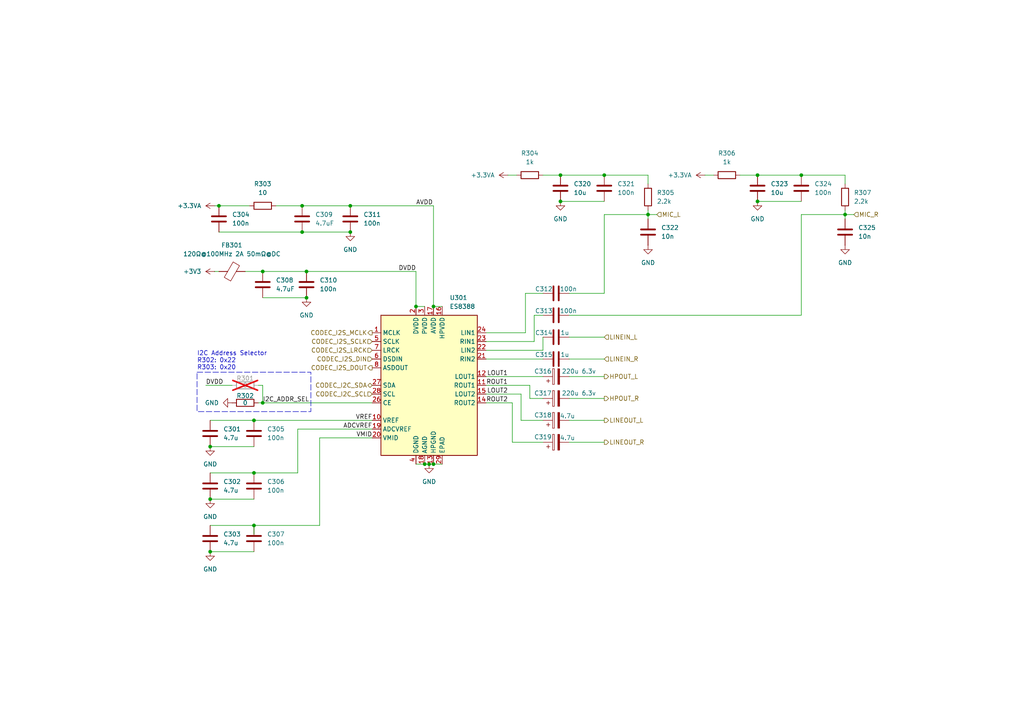
<source format=kicad_sch>
(kicad_sch (version 20250114) (generator "eeschema") (generator_version "9.0")
  (paper "A4")
  (title_block (title "Audio CODEC") (date "2026-02-04") (rev "1.0.0"))
  (lib_symbols
    (symbol "Audio:ES8388"
      (property "Reference" "U" (at -14.224 21.844 0))
      (property "Value" "ES8388" (at 9.144 21.844 0))
      (symbol "ES8388_1_1"
        (rectangle (start -15.24 20.32) (end 12.7 -20.32) (stroke (width 0.254)) (fill (type background)))
        (pin input line (at -17.78 15.24 0) (length 2.54) (name "MCLK") (number "1"))
        (pin bidirectional line (at -17.78 12.7 0) (length 2.54) (name "SCLK") (number "5"))
        (pin bidirectional line (at -17.78 10.16 0) (length 2.54) (name "LRCK") (number "7"))
        (pin input line (at -17.78 7.62 0) (length 2.54) (name "DSDIN") (number "6"))
        (pin output line (at -17.78 5.08 0) (length 2.54) (name "ASDOUT") (number "8"))
        (pin bidirectional line (at -17.78 0 0) (length 2.54) (name "CDATA") (number "27") (alternate "SDA" bidirectional line))
        (pin input line (at -17.78 -2.54 0) (length 2.54) (name "CCLK") (number "28") (alternate "SCL" input line))
        (pin input line (at -17.78 -5.08 0) (length 2.54) (name "CE") (number "26"))
        (pin input line (at -17.78 -10.16 0) (length 2.54) (name "VREF") (number "10"))
        (pin input line (at -17.78 -12.7 0) (length 2.54) (name "ADCVREF") (number "19"))
        (pin input line (at -17.78 -15.24 0) (length 2.54) (name "VMID") (number "20"))
        (pin power_in line (at -5.08 22.86 270) (length 2.54) (name "DVDD") (number "2"))
        (pin power_in line (at -5.08 -22.86 90) (length 2.54) (name "DGND") (number "4"))
        (pin power_in line (at -2.54 22.86 270) (length 2.54) (name "PVDD") (number "3"))
        (pin power_in line (at -2.54 -22.86 90) (length 2.54) (name "AGND") (number "18"))
        (pin power_in line (at 0 22.86 270) (length 2.54) (name "AVDD") (number "17"))
        (pin power_in line (at 0 -22.86 90) (length 2.54) (name "HPGND") (number "13"))
        (pin power_in line (at 2.54 22.86 270) (length 2.54) (name "HPVDD") (number "16"))
        (pin passive line (at 2.54 -22.86 90) (length 2.54) (name "EPAD") (number "29"))
        (pin no_connect line (at 12.7 -10.16 180) (length 2.54) (hide yes) (name "NC") (number "9"))
        (pin no_connect line (at 12.7 -12.7 180) (length 2.54) (hide yes) (name "NC") (number "25"))
        (pin input line (at 15.24 15.24 180) (length 2.54) (name "LIN1") (number "24"))
        (pin input line (at 15.24 12.7 180) (length 2.54) (name "RIN1") (number "23"))
        (pin input line (at 15.24 10.16 180) (length 2.54) (name "LIN2") (number "22"))
        (pin input line (at 15.24 7.62 180) (length 2.54) (name "RIN2") (number "21"))
        (pin output line (at 15.24 2.54 180) (length 2.54) (name "LOUT1") (number "12"))
        (pin output line (at 15.24 0 180) (length 2.54) (name "ROUT1") (number "11"))
        (pin output line (at 15.24 -2.54 180) (length 2.54) (name "LOUT2") (number "15"))
        (pin output line (at 15.24 -5.08 180) (length 2.54) (name "ROUT2") (number "14"))
      )
    )
    (symbol "Device:C" (pin_numbers (hide yes)) (pin_names (offset 0.254))
      (property "Reference" "C" (at 0.635 2.54 0))
      (property "Value" "C" (at 0.635 -2.54 0))
      (symbol "C_0_1"
        (polyline (pts (xy -2.032 0.762) (xy 2.032 0.762)) (stroke (width 0.508)))
        (polyline (pts (xy -2.032 -0.762) (xy 2.032 -0.762)) (stroke (width 0.508)))
      )
      (symbol "C_1_1"
        (pin passive line (at 0 3.81 270) (length 2.794) (name "~") (number "1"))
        (pin passive line (at 0 -3.81 90) (length 2.794) (name "~") (number "2"))
      )
    )
    (symbol "Device:C_Polarized" (pin_numbers (hide yes)) (pin_names (offset 0.254))
      (property "Reference" "C" (at 0.635 2.54 0))
      (property "Value" "C_Polarized" (at 0.635 -2.54 0))
      (symbol "C_Polarized_0_1"
        (rectangle (start -2.286 0.508) (end 2.286 1.016))
        (polyline (pts (xy -1.778 2.286) (xy -0.762 2.286)))
        (polyline (pts (xy -1.27 2.794) (xy -1.27 1.778)))
        (rectangle (start 2.286 -0.508) (end -2.286 -1.016) (fill (type outline)))
      )
      (symbol "C_Polarized_1_1"
        (pin passive line (at 0 3.81 270) (length 2.794) (name "~") (number "1"))
        (pin passive line (at 0 -3.81 90) (length 2.794) (name "~") (number "2"))
      )
    )
    (symbol "Device:FerriteBead" (pin_numbers (hide yes)) (pin_names (offset 0))
      (property "Reference" "FB" (at -3.81 0.635 90))
      (property "Value" "FerriteBead" (at 3.81 0 90))
      (symbol "FerriteBead_0_1"
        (polyline (pts (xy -2.7686 0.4064) (xy -1.7018 2.2606) (xy 2.7686 -0.3048) (xy 1.6764 -2.159) (xy -2.7686 0.4064)))
        (polyline (pts (xy 0 1.27) (xy 0 1.2954)))
        (polyline (pts (xy 0 -1.27) (xy 0 -1.2192)))
      )
      (symbol "FerriteBead_1_1"
        (pin passive line (at 0 3.81 270) (length 2.54) (name "~") (number "1"))
        (pin passive line (at 0 -3.81 90) (length 2.54) (name "~") (number "2"))
      )
    )
    (symbol "Device:R" (pin_numbers (hide yes)) (pin_names (offset 0))
      (property "Reference" "R" (at 2.032 0 90))
      (property "Value" "R" (at 0 0 90))
      (symbol "R_0_1"
        (rectangle (start -1.016 -2.54) (end 1.016 2.54) (stroke (width 0.254)))
      )
      (symbol "R_1_1"
        (pin passive line (at 0 3.81 270) (length 1.27) (name "~") (number "1"))
        (pin passive line (at 0 -3.81 90) (length 1.27) (name "~") (number "2"))
      )
    )
    (symbol "power:+3.3VA" (power) (pin_numbers (hide yes)) (pin_names (offset 0) (hide yes))
      (property "Value" "+3.3VA" (at 0 3.556 0))
      (symbol "+3.3VA_0_1"
        (polyline (pts (xy -0.762 1.27) (xy 0 2.54)))
        (polyline (pts (xy 0 2.54) (xy 0.762 1.27)))
        (polyline (pts (xy 0 0) (xy 0 2.54)))
      )
      (symbol "+3.3VA_1_1"
        (pin power_in line (at 0 0 90) (length 0) (name "~") (number "1"))
      )
    )
    (symbol "power:+3V3" (power) (pin_numbers (hide yes)) (pin_names (offset 0) (hide yes))
      (property "Value" "+3V3" (at 0 3.556 0))
      (symbol "+3V3_0_1"
        (polyline (pts (xy -0.762 1.27) (xy 0 2.54)))
        (polyline (pts (xy 0 2.54) (xy 0.762 1.27)))
        (polyline (pts (xy 0 0) (xy 0 2.54)))
      )
      (symbol "+3V3_1_1"
        (pin power_in line (at 0 0 90) (length 0) (name "~") (number "1"))
      )
    )
    (symbol "power:GND" (power) (pin_numbers (hide yes)) (pin_names (offset 0) (hide yes))
      (property "Value" "GND" (at 0 -3.81 0))
      (symbol "GND_0_1"
        (polyline (pts (xy 0 0) (xy 0 -1.27) (xy 1.27 -1.27) (xy 0 -2.54) (xy -1.27 -1.27) (xy 0 -1.27)))
      )
      (symbol "GND_1_1"
        (pin power_in line (at 0 0 270) (length 0) (name "~") (number "1"))
      )
    )
  )
  (rectangle (start 57.15 107.95) (end 90.17 119.38) (stroke (width 0) (type dash)))
  (text "I2C Address Selector\nR302: 0x22\nR303: 0x20" (at 57.15 104.648 0) (effects (font (size 1.27 1.27)) (justify left)))
  (junction (at 88.9 78.74))
  (junction (at 162.56 50.8))
  (junction (at 101.6 59.69))
  (junction (at 63.5 59.69))
  (junction (at 124.46 134.62))
  (junction (at 123.19 134.62))
  (junction (at 245.11 62.23))
  (junction (at 88.9 86.36))
  (junction (at 73.66 137.16))
  (junction (at 60.96 129.54))
  (junction (at 120.65 88.9))
  (junction (at 73.66 152.4))
  (junction (at 125.73 88.9))
  (junction (at 175.26 50.8))
  (junction (at 87.63 59.69))
  (junction (at 232.41 50.8))
  (junction (at 60.96 160.02))
  (junction (at 219.71 58.42))
  (junction (at 162.56 58.42))
  (junction (at 87.63 67.31))
  (junction (at 76.2 116.84))
  (junction (at 101.6 67.31))
  (junction (at 60.96 144.78))
  (junction (at 125.73 134.62))
  (junction (at 76.2 78.74))
  (junction (at 187.96 62.23))
  (junction (at 73.66 121.92))
  (junction (at 219.71 50.8))
  (wire (pts (xy 165.1 91.44) (xy 232.41 91.44)))
  (wire (pts (xy 80.01 59.69) (xy 87.63 59.69)))
  (wire (pts (xy 157.48 91.44) (xy 154.94 91.44)))
  (wire (pts (xy 76.2 116.84) (xy 74.93 116.84)))
  (wire (pts (xy 165.1 97.79) (xy 175.26 97.79)))
  (wire (pts (xy 120.65 78.74) (xy 120.65 88.9)))
  (wire (pts (xy 88.9 78.74) (xy 120.65 78.74)))
  (wire (pts (xy 232.41 50.8) (xy 245.11 50.8)))
  (wire (pts (xy 187.96 62.23) (xy 187.96 63.5)))
  (wire (pts (xy 157.48 97.79) (xy 157.48 101.6)))
  (wire (pts (xy 76.2 111.76) (xy 74.93 111.76)))
  (wire (pts (xy 219.71 50.8) (xy 232.41 50.8)))
  (wire (pts (xy 73.66 121.92) (xy 107.95 121.92)))
  (wire (pts (xy 60.96 137.16) (xy 73.66 137.16)))
  (wire (pts (xy 247.65 62.23) (xy 245.11 62.23)))
  (wire (pts (xy 204.47 50.8) (xy 207.01 50.8)))
  (wire (pts (xy 165.1 128.27) (xy 175.26 128.27)))
  (wire (pts (xy 165.1 115.57) (xy 175.26 115.57)))
  (wire (pts (xy 86.36 137.16) (xy 73.66 137.16)))
  (wire (pts (xy 62.23 59.69) (xy 63.5 59.69)))
  (wire (pts (xy 62.23 78.74) (xy 63.5 78.74)))
  (wire (pts (xy 165.1 121.92) (xy 175.26 121.92)))
  (wire (pts (xy 175.26 50.8) (xy 187.96 50.8)))
  (wire (pts (xy 154.94 91.44) (xy 154.94 99.06)))
  (wire (pts (xy 154.94 99.06) (xy 140.97 99.06)))
  (wire (pts (xy 63.5 67.31) (xy 87.63 67.31)))
  (wire (pts (xy 63.5 59.69) (xy 72.39 59.69)))
  (wire (pts (xy 140.97 109.22) (xy 157.48 109.22)))
  (wire (pts (xy 60.96 152.4) (xy 73.66 152.4)))
  (wire (pts (xy 60.96 121.92) (xy 73.66 121.92)))
  (wire (pts (xy 245.11 60.96) (xy 245.11 62.23)))
  (wire (pts (xy 73.66 152.4) (xy 73.66 154.94)))
  (wire (pts (xy 157.48 121.92) (xy 151.13 121.92)))
  (wire (pts (xy 140.97 114.3) (xy 151.13 114.3)))
  (wire (pts (xy 165.1 109.22) (xy 175.26 109.22)))
  (wire (pts (xy 219.71 58.42) (xy 232.41 58.42)))
  (wire (pts (xy 175.26 85.09) (xy 175.26 62.23)))
  (wire (pts (xy 157.48 128.27) (xy 148.59 128.27)))
  (wire (pts (xy 123.19 134.62) (xy 124.46 134.62)))
  (wire (pts (xy 175.26 62.23) (xy 187.96 62.23)))
  (wire (pts (xy 92.71 152.4) (xy 73.66 152.4)))
  (wire (pts (xy 101.6 59.69) (xy 125.73 59.69)))
  (wire (pts (xy 59.69 111.76) (xy 67.31 111.76)))
  (wire (pts (xy 214.63 50.8) (xy 219.71 50.8)))
  (wire (pts (xy 125.73 88.9) (xy 128.27 88.9)))
  (wire (pts (xy 152.4 96.52) (xy 140.97 96.52)))
  (wire (pts (xy 76.2 78.74) (xy 88.9 78.74)))
  (wire (pts (xy 162.56 50.8) (xy 175.26 50.8)))
  (wire (pts (xy 157.48 50.8) (xy 162.56 50.8)))
  (wire (pts (xy 162.56 58.42) (xy 175.26 58.42)))
  (wire (pts (xy 148.59 128.27) (xy 148.59 116.84)))
  (wire (pts (xy 87.63 59.69) (xy 101.6 59.69)))
  (wire (pts (xy 147.32 50.8) (xy 149.86 50.8)))
  (wire (pts (xy 125.73 134.62) (xy 128.27 134.62)))
  (wire (pts (xy 71.12 78.74) (xy 76.2 78.74)))
  (wire (pts (xy 92.71 127) (xy 92.71 152.4)))
  (wire (pts (xy 151.13 121.92) (xy 151.13 114.3)))
  (wire (pts (xy 76.2 111.76) (xy 76.2 116.84)))
  (wire (pts (xy 125.73 59.69) (xy 125.73 88.9)))
  (wire (pts (xy 92.71 127) (xy 107.95 127)))
  (wire (pts (xy 153.67 115.57) (xy 157.48 115.57)))
  (wire (pts (xy 140.97 104.14) (xy 157.48 104.14)))
  (wire (pts (xy 140.97 116.84) (xy 148.59 116.84)))
  (wire (pts (xy 153.67 115.57) (xy 153.67 111.76)))
  (wire (pts (xy 165.1 85.09) (xy 175.26 85.09)))
  (wire (pts (xy 245.11 62.23) (xy 245.11 63.5)))
  (wire (pts (xy 86.36 124.46) (xy 86.36 137.16)))
  (wire (pts (xy 124.46 134.62) (xy 125.73 134.62)))
  (wire (pts (xy 152.4 85.09) (xy 152.4 96.52)))
  (wire (pts (xy 120.65 88.9) (xy 123.19 88.9)))
  (wire (pts (xy 190.5 62.23) (xy 187.96 62.23)))
  (wire (pts (xy 232.41 62.23) (xy 245.11 62.23)))
  (wire (pts (xy 165.1 104.14) (xy 175.26 104.14)))
  (wire (pts (xy 187.96 60.96) (xy 187.96 62.23)))
  (wire (pts (xy 60.96 144.78) (xy 73.66 144.78)))
  (wire (pts (xy 60.96 129.54) (xy 73.66 129.54)))
  (wire (pts (xy 76.2 116.84) (xy 107.95 116.84)))
  (wire (pts (xy 187.96 50.8) (xy 187.96 53.34)))
  (wire (pts (xy 76.2 86.36) (xy 88.9 86.36)))
  (wire (pts (xy 232.41 91.44) (xy 232.41 62.23)))
  (wire (pts (xy 60.96 160.02) (xy 73.66 160.02)))
  (wire (pts (xy 153.67 111.76) (xy 140.97 111.76)))
  (wire (pts (xy 245.11 50.8) (xy 245.11 53.34)))
  (wire (pts (xy 157.48 101.6) (xy 140.97 101.6)))
  (wire (pts (xy 86.36 124.46) (xy 107.95 124.46)))
  (wire (pts (xy 157.48 85.09) (xy 152.4 85.09)))
  (wire (pts (xy 120.65 134.62) (xy 123.19 134.62)))
  (wire (pts (xy 87.63 67.31) (xy 101.6 67.31)))
  (label "VREF" (at 107.95 121.92 180))
  (label "LOUT1" (at 147.32 109.22 180))
  (label "DVDD" (at 59.69 111.76 0))
  (label "I2C_ADDR_SEL" (at 76.2 116.84 0))
  (label "DVDD" (at 115.57 78.74 0))
  (label "ROUT1" (at 147.32 111.76 180))
  (label "AVDD" (at 120.65 59.69 0))
  (label "VMID" (at 107.95 127 180))
  (label "LOUT2" (at 147.32 114.3 180))
  (label "ROUT2" (at 147.32 116.84 180))
  (label "ADCVREF" (at 107.95 124.46 180))
  (hierarchical_label "HPOUT_L" (shape output) (at 175.26 109.22 0))
  (hierarchical_label "CODEC_I2S_DIN" (shape input) (at 107.95 104.14 180))
  (hierarchical_label "CODEC_I2S_LRCK" (shape input) (at 107.95 101.6 180))
  (hierarchical_label "LINEOUT_R" (shape output) (at 175.26 128.27 0))
  (hierarchical_label "CODEC_I2S_DOUT" (shape output) (at 107.95 106.68 180))
  (hierarchical_label "LINEIN_L" (shape input) (at 175.26 97.79 0))
  (hierarchical_label "MIC_R" (shape input) (at 247.65 62.23 0))
  (hierarchical_label "MIC_L" (shape input) (at 190.5 62.23 0))
  (hierarchical_label "HPOUT_R" (shape output) (at 175.26 115.57 0))
  (hierarchical_label "LINEOUT_L" (shape output) (at 175.26 121.92 0))
  (hierarchical_label "CODEC_I2C_SDA" (shape bidirectional) (at 107.95 111.76 180))
  (hierarchical_label "CODEC_I2C_SCL" (shape input) (at 107.95 114.3 180))
  (hierarchical_label "LINEIN_R" (shape input) (at 175.26 104.14 0))
  (hierarchical_label "CODEC_I2S_SCLK" (shape input) (at 107.95 99.06 180))
  (hierarchical_label "CODEC_I2S_MCLK" (shape output) (at 107.95 96.52 180))
  (symbol (lib_id "Device:C") (at 245.11 67.31 0) (unit 1)
    (property "Reference" "C325" (at 248.92 66.0399 0) (effects (justify left)))
    (property "Value" "10n" (at 248.92 68.5799 0) (effects (justify left)))
    (property "Footprint" "Capacitor_SMD:C_0603_1608Metric" (effects (hide yes)))
    (property "Description" "Unpolarized capacitor" (effects (hide yes)))
  )
  (symbol (lib_id "power:GND") (at 60.96 129.54 0) (unit 1)
    (property "Reference" "#PWR0301" (effects (hide yes)))
    (property "Value" "GND" (at 60.96 134.62 0))
    (property "Description" "Power symbol creates a global label with name \"GND\" , ground" (effects (hide yes)))
  )
  (symbol (lib_id "Device:R") (at 76.2 59.69 90) (unit 1)
    (property "Reference" "R303" (at 76.2 53.34 90))
    (property "Value" "10" (at 76.2 55.88 90))
    (property "Footprint" "Resistor_SMD:R_0603_1608Metric" (effects (hide yes)))
    (property "Description" "Resistor" (effects (hide yes)))
  )
  (symbol (lib_id "Device:C_Polarized") (at 161.29 128.27 90) (unit 1)
    (property "Reference" "C319" (at 157.48 126.746 90))
    (property "Value" "4.7u" (at 164.592 127 90))
    (property "Footprint" "Capacitor_THT:CP_Radial_D5.0mm_P2.50mm" (effects (hide yes)))
    (property "Description" "Polarized capacitor" (effects (hide yes)))
  )
  (symbol (lib_id "Device:C") (at 232.41 54.61 0) (unit 1)
    (property "Reference" "C324" (at 236.22 53.3399 0) (effects (justify left)))
    (property "Value" "100n" (at 236.22 55.8799 0) (effects (justify left)))
    (property "Footprint" "Capacitor_SMD:C_0603_1608Metric" (effects (hide yes)))
    (property "Description" "Unpolarized capacitor" (effects (hide yes)))
  )
  (symbol (lib_id "Device:C") (at 60.96 125.73 0) (unit 1)
    (property "Reference" "C301" (at 64.77 124.4599 0) (effects (justify left)))
    (property "Value" "4.7u" (at 64.77 126.9999 0) (effects (justify left)))
    (property "Footprint" "Capacitor_SMD:C_0603_1608Metric" (effects (hide yes)))
    (property "Description" "Unpolarized capacitor" (effects (hide yes)))
  )
  (symbol (lib_id "Device:C_Polarized") (at 161.29 109.22 90) (unit 1)
    (property "Reference" "C316" (at 157.48 107.696 90))
    (property "Value" "220u 6.3v" (at 167.894 107.696 90))
    (property "Footprint" "Capacitor_THT:CP_Radial_D6.3mm_P2.50mm" (effects (hide yes)))
    (property "Description" "Polarized capacitor" (effects (hide yes)))
  )
  (symbol (lib_id "Device:C") (at 161.29 91.44 90) (unit 1)
    (property "Reference" "C313" (at 157.734 90.17 90))
    (property "Value" "100n" (at 164.846 90.17 90))
    (property "Footprint" "Capacitor_SMD:C_0603_1608Metric" (effects (hide yes)))
    (property "Description" "Unpolarized capacitor" (effects (hide yes)))
  )
  (symbol (lib_id "Device:R") (at 245.11 57.15 0) (unit 1)
    (property "Reference" "R307" (at 247.65 55.8799 0) (effects (justify left)))
    (property "Value" "2.2k" (at 247.65 58.4199 0) (effects (justify left)))
    (property "Footprint" "Resistor_SMD:R_0603_1608Metric" (effects (hide yes)))
    (property "Description" "Resistor" (effects (hide yes)))
  )
  (symbol (lib_id "power:GND") (at 245.11 71.12 0) (unit 1)
    (property "Reference" "#PWR0315" (effects (hide yes)))
    (property "Value" "GND" (at 245.11 76.2 0))
    (property "Description" "Power symbol creates a global label with name \"GND\" , ground" (effects (hide yes)))
  )
  (symbol (lib_id "power:GND") (at 124.46 134.62 0) (unit 1)
    (property "Reference" "#PWR0309" (effects (hide yes)))
    (property "Value" "GND" (at 124.46 139.7 0))
    (property "Description" "Power symbol creates a global label with name \"GND\" , ground" (effects (hide yes)))
  )
  (symbol (lib_id "power:GND") (at 60.96 144.78 0) (unit 1)
    (property "Reference" "#PWR0302" (effects (hide yes)))
    (property "Value" "GND" (at 60.96 149.86 0))
    (property "Description" "Power symbol creates a global label with name \"GND\" , ground" (effects (hide yes)))
  )
  (symbol (lib_id "power:+3.3VA") (at 62.23 59.69 90) (unit 1)
    (property "Reference" "#PWR0304" (effects (hide yes)))
    (property "Value" "+3.3VA" (at 58.42 59.6899 90) (effects (justify left)))
    (property "Description" "Power symbol creates a global label with name \"+3.3VA\"" (effects (hide yes)))
  )
  (symbol (lib_id "power:GND") (at 60.96 160.02 0) (unit 1)
    (property "Reference" "#PWR0303" (effects (hide yes)))
    (property "Value" "GND" (at 60.96 165.1 0))
    (property "Description" "Power symbol creates a global label with name \"GND\" , ground" (effects (hide yes)))
  )
  (symbol (lib_id "power:GND") (at 67.31 116.84 270) (unit 1)
    (property "Reference" "#PWR0306" (effects (hide yes)))
    (property "Value" "GND" (at 63.5 116.8399 90) (effects (justify right)))
    (property "Description" "Power symbol creates a global label with name \"GND\" , ground" (effects (hide yes)))
  )
  (symbol (lib_id "Device:C") (at 162.56 54.61 0) (unit 1)
    (property "Reference" "C320" (at 166.37 53.3399 0) (effects (justify left)))
    (property "Value" "10u" (at 166.37 55.8799 0) (effects (justify left)))
    (property "Footprint" "Capacitor_SMD:C_0603_1608Metric" (effects (hide yes)))
    (property "Description" "Unpolarized capacitor" (effects (hide yes)))
  )
  (symbol (lib_id "power:GND") (at 187.96 71.12 0) (unit 1)
    (property "Reference" "#PWR0312" (effects (hide yes)))
    (property "Value" "GND" (at 187.96 76.2 0))
    (property "Description" "Power symbol creates a global label with name \"GND\" , ground" (effects (hide yes)))
  )
  (symbol (lib_id "Device:FerriteBead") (at 67.31 78.74 90) (unit 1)
    (property "Reference" "FB301" (at 67.2592 71.12 90))
    (property "Value" "120Ω@100MHz 2A 50mΩ@DC" (at 67.2592 73.66 90))
    (property "Footprint" "Inductor_SMD:L_0603_1608Metric" (effects (hide yes)))
    (property "Description" "Ferrite bead" (effects (hide yes)))
  )
  (symbol (lib_id "power:GND") (at 219.71 58.42 0) (unit 1)
    (property "Reference" "#PWR0314" (effects (hide yes)))
    (property "Value" "GND" (at 219.71 63.5 0))
    (property "Description" "Power symbol creates a global label with name \"GND\" , ground" (effects (hide yes)))
  )
  (symbol (lib_id "power:GND") (at 101.6 67.31 0) (unit 1)
    (property "Reference" "#PWR0308" (effects (hide yes)))
    (property "Value" "GND" (at 101.6 72.39 0))
    (property "Description" "Power symbol creates a global label with name \"GND\" , ground" (effects (hide yes)))
  )
  (symbol (lib_id "Device:R") (at 71.12 116.84 90) (unit 1)
    (property "Reference" "R302" (at 71.12 114.808 90))
    (property "Value" "0" (at 71.12 116.84 90))
    (property "Footprint" "Resistor_SMD:R_0603_1608Metric" (effects (hide yes)))
    (property "Description" "Resistor" (effects (hide yes)))
  )
  (symbol (lib_id "Device:C") (at 101.6 63.5 0) (unit 1)
    (property "Reference" "C311" (at 105.41 62.2299 0) (effects (justify left)))
    (property "Value" "100n" (at 105.41 64.7699 0) (effects (justify left)))
    (property "Footprint" "Capacitor_SMD:C_0603_1608Metric" (effects (hide yes)))
    (property "Description" "Unpolarized capacitor" (effects (hide yes)))
  )
  (symbol (lib_id "Device:C") (at 219.71 54.61 0) (unit 1)
    (property "Reference" "C323" (at 223.52 53.3399 0) (effects (justify left)))
    (property "Value" "10u" (at 223.52 55.8799 0) (effects (justify left)))
    (property "Footprint" "Capacitor_SMD:C_0603_1608Metric" (effects (hide yes)))
    (property "Description" "Unpolarized capacitor" (effects (hide yes)))
  )
  (symbol (lib_id "Device:C") (at 161.29 85.09 90) (unit 1)
    (property "Reference" "C312" (at 157.734 83.82 90))
    (property "Value" "100n" (at 164.846 83.82 90))
    (property "Footprint" "Capacitor_SMD:C_0603_1608Metric" (effects (hide yes)))
    (property "Description" "Unpolarized capacitor" (effects (hide yes)))
  )
  (symbol (lib_id "Device:C") (at 87.63 63.5 0) (unit 1)
    (property "Reference" "C309" (at 91.44 62.2299 0) (effects (justify left)))
    (property "Value" "4.7uF" (at 91.44 64.7699 0) (effects (justify left)))
    (property "Footprint" "Capacitor_SMD:C_0603_1608Metric" (effects (hide yes)))
    (property "Description" "Unpolarized capacitor" (effects (hide yes)))
  )
  (symbol (lib_id "power:GND") (at 88.9 86.36 0) (unit 1)
    (property "Reference" "#PWR0307" (effects (hide yes)))
    (property "Value" "GND" (at 88.9 91.44 0))
    (property "Description" "Power symbol creates a global label with name \"GND\" , ground" (effects (hide yes)))
  )
  (symbol (lib_id "Device:C") (at 88.9 82.55 0) (unit 1)
    (property "Reference" "C310" (at 92.71 81.2799 0) (effects (justify left)))
    (property "Value" "100n" (at 92.71 83.8199 0) (effects (justify left)))
    (property "Footprint" "Capacitor_SMD:C_0603_1608Metric" (effects (hide yes)))
    (property "Description" "Unpolarized capacitor" (effects (hide yes)))
  )
  (symbol (lib_id "Device:C") (at 73.66 125.73 0) (unit 1)
    (property "Reference" "C305" (at 77.47 124.4599 0) (effects (justify left)))
    (property "Value" "100n" (at 77.47 126.9999 0) (effects (justify left)))
    (property "Footprint" "Capacitor_SMD:C_0603_1608Metric" (effects (hide yes)))
    (property "Description" "Unpolarized capacitor" (effects (hide yes)))
  )
  (symbol (lib_id "Device:C") (at 60.96 140.97 0) (unit 1)
    (property "Reference" "C302" (at 64.77 139.6999 0) (effects (justify left)))
    (property "Value" "4.7u" (at 64.77 142.2399 0) (effects (justify left)))
    (property "Footprint" "Capacitor_SMD:C_0603_1608Metric" (effects (hide yes)))
    (property "Description" "Unpolarized capacitor" (effects (hide yes)))
  )
  (symbol (lib_id "power:+3.3VA") (at 147.32 50.8 90) (unit 1)
    (property "Reference" "#PWR0310" (effects (hide yes)))
    (property "Value" "+3.3VA" (at 143.51 50.7999 90) (effects (justify left)))
    (property "Description" "Power symbol creates a global label with name \"+3.3VA\"" (effects (hide yes)))
  )
  (symbol (lib_id "Device:C") (at 175.26 54.61 0) (unit 1)
    (property "Reference" "C321" (at 179.07 53.3399 0) (effects (justify left)))
    (property "Value" "100n" (at 179.07 55.8799 0) (effects (justify left)))
    (property "Footprint" "Capacitor_SMD:C_0603_1608Metric" (effects (hide yes)))
    (property "Description" "Unpolarized capacitor" (effects (hide yes)))
  )
  (symbol (lib_id "Device:C") (at 73.66 140.97 0) (unit 1)
    (property "Reference" "C306" (at 77.47 139.6999 0) (effects (justify left)))
    (property "Value" "100n" (at 77.47 142.2399 0) (effects (justify left)))
    (property "Footprint" "Capacitor_SMD:C_0603_1608Metric" (effects (hide yes)))
    (property "Description" "Unpolarized capacitor" (effects (hide yes)))
  )
  (symbol (lib_id "Device:C") (at 187.96 67.31 0) (unit 1)
    (property "Reference" "C322" (at 191.77 66.0399 0) (effects (justify left)))
    (property "Value" "10n" (at 191.77 68.5799 0) (effects (justify left)))
    (property "Footprint" "Capacitor_SMD:C_0603_1608Metric" (effects (hide yes)))
    (property "Description" "Unpolarized capacitor" (effects (hide yes)))
  )
  (symbol (lib_id "Device:C") (at 63.5 63.5 0) (unit 1)
    (property "Reference" "C304" (at 67.31 62.2299 0) (effects (justify left)))
    (property "Value" "100n" (at 67.31 64.7699 0) (effects (justify left)))
    (property "Footprint" "Capacitor_SMD:C_0603_1608Metric" (effects (hide yes)))
    (property "Description" "Unpolarized capacitor" (effects (hide yes)))
  )
  (symbol (lib_id "power:+3V3") (at 62.23 78.74 90) (unit 1)
    (property "Reference" "#PWR0305" (effects (hide yes)))
    (property "Value" "+3V3" (at 58.42 78.7399 90) (effects (justify left)))
    (property "Description" "Power symbol creates a global label with name \"+3V3\"" (effects (hide yes)))
  )
  (symbol (lib_id "power:+3.3VA") (at 204.47 50.8 90) (unit 1)
    (property "Reference" "#PWR0313" (effects (hide yes)))
    (property "Value" "+3.3VA" (at 200.66 50.7999 90) (effects (justify left)))
    (property "Description" "Power symbol creates a global label with name \"+3.3VA\"" (effects (hide yes)))
  )
  (symbol (lib_id "power:GND") (at 162.56 58.42 0) (unit 1)
    (property "Reference" "#PWR0311" (effects (hide yes)))
    (property "Value" "GND" (at 162.56 63.5 0))
    (property "Description" "Power symbol creates a global label with name \"GND\" , ground" (effects (hide yes)))
  )
  (symbol (lib_id "Device:C") (at 76.2 82.55 0) (unit 1)
    (property "Reference" "C308" (at 80.01 81.2799 0) (effects (justify left)))
    (property "Value" "4.7uF" (at 80.01 83.8199 0) (effects (justify left)))
    (property "Footprint" "Capacitor_SMD:C_0603_1608Metric" (effects (hide yes)))
    (property "Description" "Unpolarized capacitor" (effects (hide yes)))
  )
  (symbol (lib_id "Device:C_Polarized") (at 161.29 121.92 90) (unit 1)
    (property "Reference" "C318" (at 157.48 120.396 90))
    (property "Value" "4.7u" (at 164.592 120.65 90))
    (property "Footprint" "Capacitor_THT:CP_Radial_D5.0mm_P2.50mm" (effects (hide yes)))
    (property "Description" "Polarized capacitor" (effects (hide yes)))
  )
  (symbol (lib_id "Device:R") (at 153.67 50.8 90) (unit 1)
    (property "Reference" "R304" (at 153.67 44.45 90))
    (property "Value" "1k" (at 153.67 46.99 90))
    (property "Footprint" "Resistor_SMD:R_0603_1608Metric" (effects (hide yes)))
    (property "Description" "Resistor" (effects (hide yes)))
  )
  (symbol (lib_id "Device:C") (at 161.29 97.79 90) (unit 1)
    (property "Reference" "C314" (at 157.734 96.52 90))
    (property "Value" "1u" (at 163.83 96.52 90))
    (property "Footprint" "Capacitor_SMD:C_0603_1608Metric" (effects (hide yes)))
    (property "Description" "Unpolarized capacitor" (effects (hide yes)))
  )
  (symbol (lib_id "Device:R") (at 210.82 50.8 90) (unit 1)
    (property "Reference" "R306" (at 210.82 44.45 90))
    (property "Value" "1k" (at 210.82 46.99 90))
    (property "Footprint" "Resistor_SMD:R_0603_1608Metric" (effects (hide yes)))
    (property "Description" "Resistor" (effects (hide yes)))
  )
  (symbol (lib_id "Device:C") (at 60.96 156.21 0) (unit 1)
    (property "Reference" "C303" (at 64.77 154.9399 0) (effects (justify left)))
    (property "Value" "4.7u" (at 64.77 157.4799 0) (effects (justify left)))
    (property "Footprint" "Capacitor_SMD:C_0603_1608Metric" (effects (hide yes)))
    (property "Description" "Unpolarized capacitor" (effects (hide yes)))
  )
  (symbol (lib_id "Device:C") (at 73.66 156.21 0) (unit 1)
    (property "Reference" "C307" (at 77.47 154.9399 0) (effects (justify left)))
    (property "Value" "100n" (at 77.47 157.4799 0) (effects (justify left)))
    (property "Footprint" "Capacitor_SMD:C_0603_1608Metric" (effects (hide yes)))
    (property "Description" "Unpolarized capacitor" (effects (hide yes)))
  )
  (symbol (lib_id "Device:R") (at 71.12 111.76 90) (unit 1) (dnp yes)
    (property "Reference" "R301" (at 71.12 109.728 90))
    (property "Value" "0" (at 71.12 111.76 90))
    (property "Footprint" "Resistor_SMD:R_0603_1608Metric" (effects (hide yes)))
    (property "Description" "Resistor" (effects (hide yes)))
  )
  (symbol (lib_id "Audio:ES8388") (at 125.73 111.76 0) (unit 1)
    (property "Reference" "U301" (at 130.4133 86.36 0) (effects (justify left)))
    (property "Value" "ES8388" (at 130.4133 88.9 0) (effects (justify left)))
    (property "Footprint" "Package_DFN_QFN:QFN-28-1EP_4x4mm_P0.45mm_EP2.6x2.6mm" (effects (hide yes)))
    (property "Datasheet" "http://www.everest-semi.com/pdf/ES8388%20DS.pdf" (effects (hide yes)))
    (property "Description" "Low Power Stereo Audio CODEC With Headphone Amplifier, 24-bit, 8kHz - 96kHz ADC / DAC sampling frequency, 1.8V - 3.3V supply, WQFN-28" (effects (hide yes)))
    (pin "27" (alternate "SDA"))
    (pin "28" (alternate "SCL"))
  )
  (symbol (lib_id "Device:C_Polarized") (at 161.29 115.57 90) (unit 1)
    (property "Reference" "C317" (at 157.48 114.046 90))
    (property "Value" "220u 6.3v" (at 167.894 114.046 90))
    (property "Footprint" "Capacitor_THT:CP_Radial_D6.3mm_P2.50mm" (effects (hide yes)))
    (property "Description" "Polarized capacitor" (effects (hide yes)))
  )
  (symbol (lib_id "Device:C") (at 161.29 104.14 90) (unit 1)
    (property "Reference" "C315" (at 157.734 102.87 90))
    (property "Value" "1u" (at 163.83 102.87 90))
    (property "Footprint" "Capacitor_SMD:C_0603_1608Metric" (effects (hide yes)))
    (property "Description" "Unpolarized capacitor" (effects (hide yes)))
  )
  (symbol (lib_id "Device:R") (at 187.96 57.15 0) (unit 1)
    (property "Reference" "R305" (at 190.5 55.8799 0) (effects (justify left)))
    (property "Value" "2.2k" (at 190.5 58.4199 0) (effects (justify left)))
    (property "Footprint" "Resistor_SMD:R_0603_1608Metric" (effects (hide yes)))
    (property "Description" "Resistor" (effects (hide yes)))
  )
)
</source>
